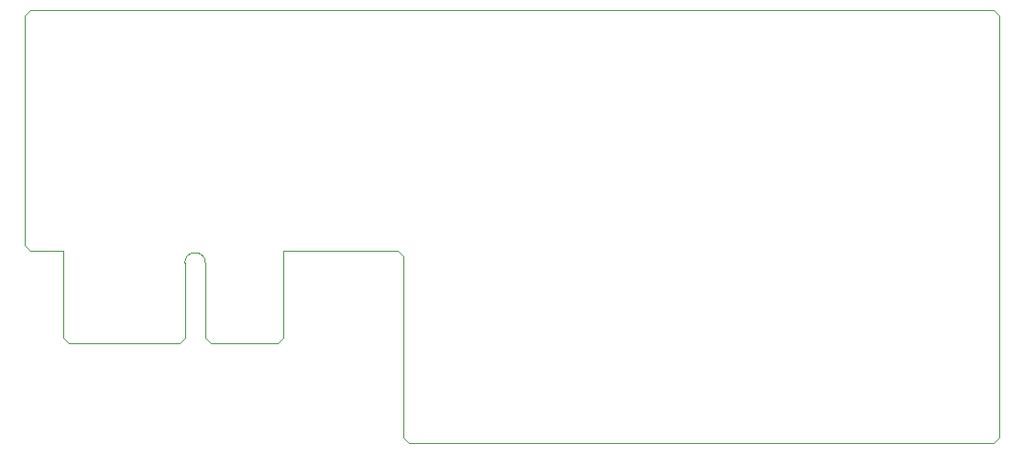
<source format=gm1>
G04 #@! TF.GenerationSoftware,KiCad,Pcbnew,5.1.8*
G04 #@! TF.CreationDate,2021-01-05T10:04:31+01:00*
G04 #@! TF.ProjectId,pislice,7069736c-6963-4652-9e6b-696361645f70,rev?*
G04 #@! TF.SameCoordinates,Original*
G04 #@! TF.FileFunction,Profile,NP*
%FSLAX46Y46*%
G04 Gerber Fmt 4.6, Leading zero omitted, Abs format (unit mm)*
G04 Created by KiCad (PCBNEW 5.1.8) date 2021-01-05 10:04:31*
%MOMM*%
%LPD*%
G01*
G04 APERTURE LIST*
G04 #@! TA.AperFunction,Profile*
%ADD10C,0.050000*%
G04 #@! TD*
G04 #@! TA.AperFunction,Profile*
%ADD11C,0.100000*%
G04 #@! TD*
G04 APERTURE END LIST*
D10*
X113890000Y-92200000D02*
X113890000Y-92400000D01*
X93590000Y-92200000D02*
X93590000Y-92400000D01*
X90000000Y-88000000D02*
X90000000Y-91700000D01*
X125000000Y-92700000D02*
X125000000Y-93000000D01*
X125000000Y-95500000D02*
X125000000Y-100500000D01*
X90500000Y-70000000D02*
X90000000Y-70500000D01*
X90000000Y-70500000D02*
X90000000Y-88000000D01*
X124500000Y-92200000D02*
X113890000Y-92200000D01*
X138500000Y-110000000D02*
X125500000Y-110000000D01*
X145500000Y-110000000D02*
X138500000Y-110000000D01*
X93000000Y-92200000D02*
X93500000Y-92200000D01*
X124500000Y-92200000D02*
X125000000Y-92700000D01*
X90000000Y-91700000D02*
X90500000Y-92200000D01*
X125000000Y-109500000D02*
X125500000Y-110000000D01*
X179500000Y-70000000D02*
X180000000Y-70500000D01*
X179500000Y-110000000D02*
X180000000Y-109500000D01*
X93500000Y-92200000D02*
X93590000Y-92200000D01*
X90500000Y-92200000D02*
X93000000Y-92200000D01*
X125000000Y-95500000D02*
X125000000Y-93000000D01*
X145500000Y-110000000D02*
X179500000Y-110000000D01*
X125000000Y-100500000D02*
X125000000Y-109500000D01*
X180000000Y-109500000D02*
X180000000Y-70500000D01*
X179500000Y-70000000D02*
X90500000Y-70000000D01*
D11*
G04 #@! TO.C,U14*
X113890000Y-100300000D02*
X113390000Y-100800000D01*
X106690000Y-100300000D02*
X107190000Y-100800000D01*
X104790000Y-100300000D02*
X104290000Y-100800000D01*
X93590000Y-100300000D02*
X94090000Y-100800000D01*
X107190000Y-100800000D02*
X113390000Y-100800000D01*
X113890000Y-92400000D02*
X113890000Y-100300000D01*
X94090000Y-100800000D02*
X104290000Y-100800000D01*
X93590000Y-92400000D02*
X93590000Y-100300000D01*
X106690000Y-93350000D02*
X106690000Y-100300000D01*
X104790000Y-93350000D02*
X104790000Y-100300000D01*
X104790000Y-93350000D02*
G75*
G02*
X106690000Y-93350000I950000J0D01*
G01*
G04 #@! TD*
M02*

</source>
